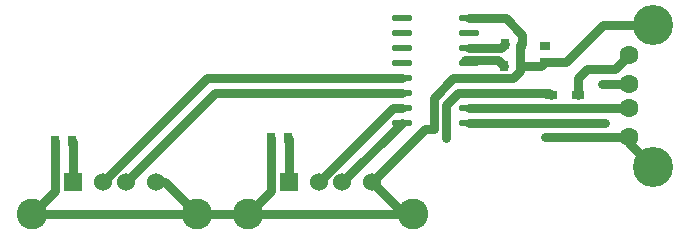
<source format=gtl>
G04 Layer: TopLayer*
G04 EasyEDA v6.5.42, 2024-05-08 18:12:25*
G04 be8ffc033df6498d868a6c16453b8217,f8c0e07f684e49ff84154c9ab2af1557,10*
G04 Gerber Generator version 0.2*
G04 Scale: 100 percent, Rotated: No, Reflected: No *
G04 Dimensions in millimeters *
G04 leading zeros omitted , absolute positions ,4 integer and 5 decimal *
%FSLAX45Y45*%
%MOMM*%

%ADD10C,0.8000*%
%ADD11R,0.8000X0.9000*%
%ADD12R,0.9000X0.8000*%
%ADD13R,1.0000X0.7500*%
%ADD14O,1.7450054X0.5599938*%
%ADD15C,1.6000*%
%ADD16C,3.4000*%
%ADD17C,2.6000*%
%ADD18C,1.5240*%
%ADD19R,1.5240X1.5240*%
%ADD20C,0.6200*%

%LPD*%
D10*
X3316198Y-3513696D02*
G01*
X3745001Y-3513696D01*
X2516200Y-3242703D02*
G01*
X3396703Y-2362200D01*
X5046751Y-2362200D01*
X3744998Y-3513696D02*
G01*
X3943200Y-3315500D01*
X3943200Y-2870200D01*
X6261100Y-2229002D02*
G01*
X6438900Y-2229002D01*
X6753301Y-1914601D01*
X7173899Y-1914601D01*
X6973900Y-2864612D02*
G01*
X6261100Y-2864612D01*
X5621248Y-2743200D02*
G01*
X6769100Y-2743200D01*
X5621248Y-2489200D02*
G01*
X5524500Y-2489200D01*
X5422900Y-2590800D01*
X5422900Y-2870200D01*
X5621248Y-2362200D02*
G01*
X5486400Y-2362200D01*
X5321300Y-2527300D01*
X5321300Y-2794000D01*
X5243690Y-2794000D01*
X4794986Y-3242703D01*
X6543459Y-2501900D02*
G01*
X6543459Y-2359240D01*
X6616700Y-2286000D01*
X6852513Y-2286000D01*
X6973900Y-2164613D01*
X6973900Y-2414600D02*
G01*
X6743700Y-2414600D01*
X5046751Y-2616200D02*
G01*
X4971503Y-2616200D01*
X4345000Y-3242703D01*
X4545075Y-3242818D02*
G01*
X5046725Y-2743200D01*
X4083199Y-2870200D02*
G01*
X4094993Y-2881988D01*
X4094993Y-3242703D01*
X3744998Y-3513696D02*
G01*
X5145001Y-3513696D01*
X5145001Y-3513696D02*
G01*
X5065984Y-3513696D01*
X4794981Y-3242703D01*
X2716199Y-3242703D02*
G01*
X3469703Y-2489200D01*
X5046751Y-2489200D01*
X3316201Y-3513696D02*
G01*
X1916198Y-3513696D01*
X2966181Y-3242703D02*
G01*
X3045208Y-3242703D01*
X3316201Y-3513696D01*
X2114400Y-2895600D02*
G01*
X2114400Y-3315500D01*
X1916198Y-3513696D01*
X2254399Y-2895600D02*
G01*
X2266193Y-2907388D01*
X2266193Y-3242703D01*
X6973900Y-2864612D02*
G01*
X6973900Y-2914599D01*
X7173899Y-3114598D01*
X6973824Y-2614676D02*
G01*
X5621274Y-2616200D01*
X6308940Y-2501900D02*
G01*
X6296240Y-2489200D01*
X5621248Y-2489200D01*
X6064402Y-2070100D02*
G01*
X6051702Y-2082800D01*
X6051702Y-2260600D01*
X6261100Y-2229002D02*
G01*
X6229502Y-2260600D01*
X6051702Y-2260600D01*
X5621248Y-2362200D02*
G01*
X5994400Y-2362200D01*
X6051702Y-2304897D01*
X6051702Y-2260600D01*
X5911700Y-2260600D02*
G01*
X5860900Y-2209800D01*
X5583151Y-2209800D01*
X5621248Y-1854200D02*
G01*
X5930900Y-1854200D01*
X6070600Y-1993900D01*
X6064402Y-2000097D01*
X6064402Y-2070100D01*
X5924397Y-2070100D02*
G01*
X5886297Y-2108200D01*
X5621248Y-2108200D01*
D11*
G01*
X3943197Y-2870200D03*
G01*
X4083202Y-2870200D03*
D12*
G01*
X6261100Y-2229002D03*
G01*
X6261100Y-2088997D03*
D11*
G01*
X2114397Y-2895600D03*
G01*
X2254402Y-2895600D03*
G01*
X6051702Y-2260600D03*
G01*
X5911697Y-2260600D03*
G01*
X6064402Y-2070100D03*
G01*
X5924397Y-2070100D03*
D13*
G01*
X6543459Y-2501900D03*
G01*
X6308940Y-2501900D03*
D14*
G01*
X5046751Y-1854200D03*
G01*
X5046751Y-1981200D03*
G01*
X5046751Y-2108200D03*
G01*
X5046751Y-2235200D03*
G01*
X5046751Y-2362200D03*
G01*
X5046751Y-2489200D03*
G01*
X5046751Y-2616200D03*
G01*
X5046751Y-2743200D03*
G01*
X5621248Y-1854200D03*
G01*
X5621248Y-1981200D03*
G01*
X5621248Y-2108200D03*
G01*
X5621248Y-2235200D03*
G01*
X5621248Y-2362200D03*
G01*
X5621248Y-2489200D03*
G01*
X5621248Y-2616200D03*
G01*
X5621248Y-2743200D03*
D15*
G01*
X6973900Y-2164613D03*
G01*
X6973900Y-2414600D03*
G01*
X6973900Y-2614599D03*
G01*
X6973900Y-2864612D03*
D16*
G01*
X7173899Y-1914601D03*
G01*
X7173899Y-3114598D03*
D17*
G01*
X3745001Y-3513696D03*
G01*
X5144998Y-3513696D03*
D18*
G01*
X4794986Y-3242703D03*
G01*
X4544999Y-3242703D03*
G01*
X4345000Y-3242703D03*
D19*
G01*
X4094988Y-3242703D03*
D17*
G01*
X1916201Y-3513696D03*
G01*
X3316198Y-3513696D03*
D18*
G01*
X2966186Y-3242703D03*
G01*
X2716199Y-3242703D03*
G01*
X2516200Y-3242703D03*
D19*
G01*
X2266188Y-3242703D03*
D20*
G01*
X6261100Y-2864612D03*
G01*
X6261100Y-2088997D03*
G01*
X6261100Y-2229002D03*
G01*
X6743700Y-2414600D03*
G01*
X6769100Y-2743200D03*
G01*
X5422900Y-2870200D03*
G01*
X4083199Y-2870200D03*
G01*
X6308940Y-2501900D03*
G01*
X2266193Y-3242703D03*
G01*
X4094993Y-3242703D03*
G01*
X6261100Y-2088997D03*
G01*
X2266193Y-3242703D03*
M02*

</source>
